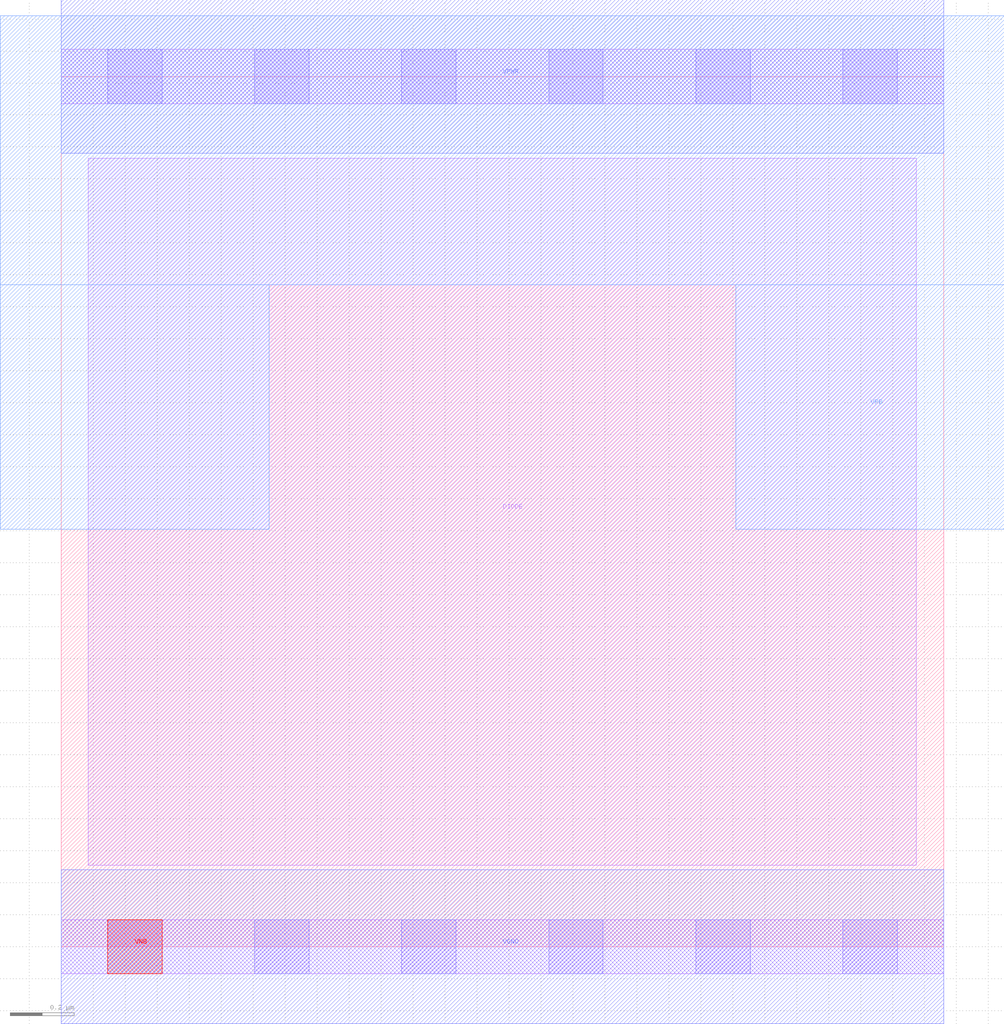
<source format=lef>
# Copyright 2020 The SkyWater PDK Authors
#
# Licensed under the Apache License, Version 2.0 (the "License");
# you may not use this file except in compliance with the License.
# You may obtain a copy of the License at
#
#     https://www.apache.org/licenses/LICENSE-2.0
#
# Unless required by applicable law or agreed to in writing, software
# distributed under the License is distributed on an "AS IS" BASIS,
# WITHOUT WARRANTIES OR CONDITIONS OF ANY KIND, either express or implied.
# See the License for the specific language governing permissions and
# limitations under the License.
#
# SPDX-License-Identifier: Apache-2.0

VERSION 5.7 ;
  NOWIREEXTENSIONATPIN ON ;
  DIVIDERCHAR "/" ;
  BUSBITCHARS "[]" ;
PROPERTYDEFINITIONS
  MACRO maskLayoutSubType STRING ;
  MACRO prCellType STRING ;
  MACRO originalViewName STRING ;
END PROPERTYDEFINITIONS
MACRO sky130_fd_sc_hdll__diode_6
  CLASS CORE ;
  FOREIGN sky130_fd_sc_hdll__diode_6 ;
  ORIGIN  0.000000  0.000000 ;
  SIZE  2.760000 BY  2.720000 ;
  SYMMETRY X Y R90 ;
  SITE unithd ;
  PIN DIODE
    ANTENNADIFFAREA  2.203200 ;
    ANTENNAGATEAREA  2.203200 ;
    DIRECTION INPUT ;
    USE SIGNAL ;
    PORT
      LAYER li1 ;
        RECT 0.085000 0.255000 2.675000 2.465000 ;
    END
  END DIODE
  PIN VNB
    PORT
      LAYER pwell ;
        RECT 0.145000 -0.085000 0.315000 0.085000 ;
    END
  END VNB
  PIN VPB
    PORT
      LAYER nwell ;
        RECT -0.190000 1.305000 0.650000 2.070000 ;
        RECT -0.190000 2.070000 2.950000 2.910000 ;
        RECT  2.110000 1.305000 2.950000 2.070000 ;
    END
  END VPB
  PIN VGND
    USE GROUND ;
    PORT
      LAYER met1 ;
        RECT 0.000000 -0.240000 2.760000 0.240000 ;
    END
  END VGND
  PIN VPWR
    USE POWER ;
    PORT
      LAYER met1 ;
        RECT 0.000000 2.480000 2.760000 2.960000 ;
    END
  END VPWR
  OBS
    LAYER li1 ;
      RECT 0.000000 -0.085000 2.760000 0.085000 ;
      RECT 0.000000  2.635000 2.760000 2.805000 ;
    LAYER mcon ;
      RECT 0.145000 -0.085000 0.315000 0.085000 ;
      RECT 0.145000  2.635000 0.315000 2.805000 ;
      RECT 0.605000 -0.085000 0.775000 0.085000 ;
      RECT 0.605000  2.635000 0.775000 2.805000 ;
      RECT 1.065000 -0.085000 1.235000 0.085000 ;
      RECT 1.065000  2.635000 1.235000 2.805000 ;
      RECT 1.525000 -0.085000 1.695000 0.085000 ;
      RECT 1.525000  2.635000 1.695000 2.805000 ;
      RECT 1.985000 -0.085000 2.155000 0.085000 ;
      RECT 1.985000  2.635000 2.155000 2.805000 ;
      RECT 2.445000 -0.085000 2.615000 0.085000 ;
      RECT 2.445000  2.635000 2.615000 2.805000 ;
  END
  PROPERTY maskLayoutSubType "abstract" ;
  PROPERTY prCellType "standard" ;
  PROPERTY originalViewName "layout" ;
END sky130_fd_sc_hdll__diode_6
END LIBRARY

</source>
